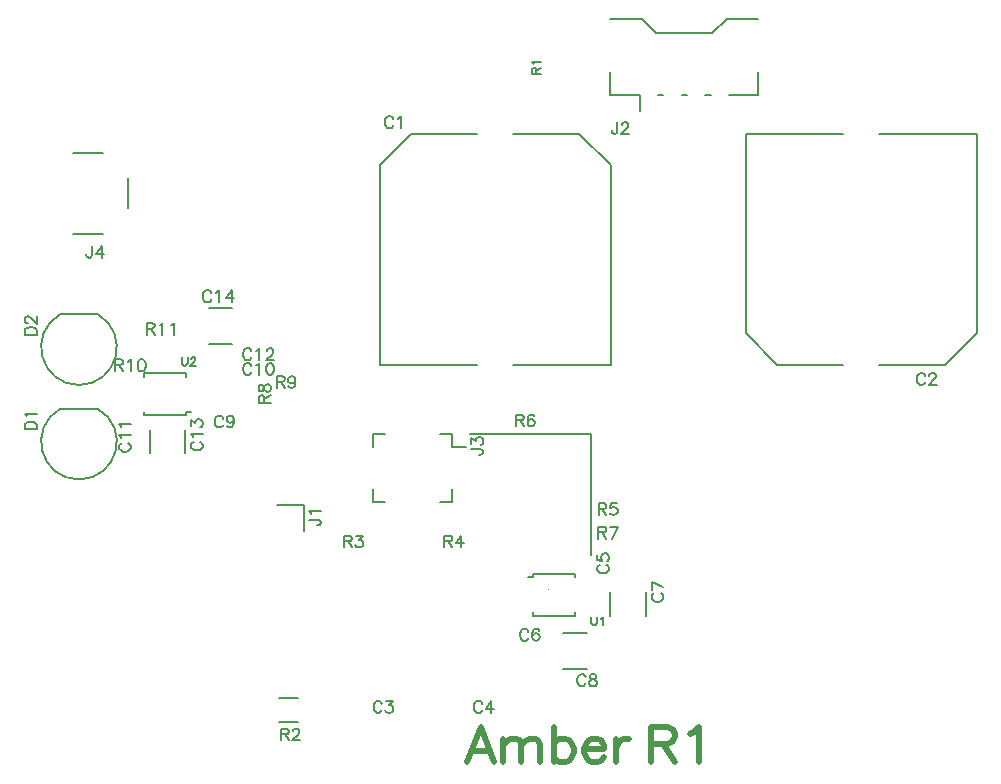
<source format=gbr>
%FSLAX46Y46*%
%MOMM*%
%ADD12C,0.000000*%
%ADD10C,0.150000*%
%ADD11C,0.500000*%
G01*
%LPD*%
G01*
%LPD*%
D10*
X36190476Y-12976190D02*
X36190476Y-11976190D01*
D10*
X36619048Y-11976190D02*
X36190476Y-11976190D01*
D10*
X36761904Y-12023810D02*
X36619048Y-11976190D01*
D10*
X36809524Y-12071429D02*
X36761904Y-12023810D01*
D10*
X36857144Y-12166667D02*
X36809524Y-12071429D01*
D10*
X36857144Y-12261905D02*
X36857144Y-12166667D01*
D10*
X36809524Y-12357143D02*
X36857144Y-12261905D01*
D10*
X36761904Y-12404762D02*
X36809524Y-12357143D01*
D10*
X36619048Y-12452381D02*
X36761904Y-12404762D01*
D10*
X36190476Y-12452381D02*
X36619048Y-12452381D01*
D10*
X36857144Y-12976190D02*
X36523808Y-12452381D01*
D10*
X37142856Y-12642857D02*
X37619048Y-11976190D01*
D10*
X37857144Y-12642857D02*
X37142856Y-12642857D01*
D10*
X37619048Y-12976190D02*
X37619048Y-11976190D01*
D10*
X48633332Y-19383334D02*
X48633332Y-18883334D01*
D10*
X48666668Y-19483334D02*
X48633332Y-19383334D01*
D10*
X48733332Y-19550000D02*
X48666668Y-19483334D01*
D10*
X48833332Y-19583334D02*
X48733332Y-19550000D01*
D10*
X48900000Y-19583334D02*
X48833332Y-19583334D01*
D10*
X49000000Y-19550000D02*
X48900000Y-19583334D01*
D10*
X49066668Y-19483334D02*
X49000000Y-19550000D01*
D10*
X49100000Y-19383334D02*
X49066668Y-19483334D01*
D10*
X49100000Y-18883334D02*
X49100000Y-19383334D01*
D10*
X49500000Y-18983334D02*
X49433332Y-19016666D01*
D10*
X49600000Y-18883334D02*
X49500000Y-18983334D01*
D10*
X49600000Y-19583334D02*
X49600000Y-18883334D01*
D10*
X17409524Y-1969047D02*
X17457142Y-2064285D01*
D10*
X17314286Y-1873809D02*
X17409524Y-1969047D01*
D10*
X17219048Y-1826190D02*
X17314286Y-1873809D01*
D10*
X17028572Y-1826190D02*
X17219048Y-1826190D01*
D10*
X16933334Y-1873809D02*
X17028572Y-1826190D01*
D10*
X16838096Y-1969047D02*
X16933334Y-1873809D01*
D10*
X16790476Y-2064285D02*
X16838096Y-1969047D01*
D10*
X16742857Y-2207142D02*
X16790476Y-2064285D01*
D10*
X16742857Y-2445238D02*
X16742857Y-2207142D01*
D10*
X16790476Y-2588095D02*
X16742857Y-2445238D01*
D10*
X16838096Y-2683333D02*
X16790476Y-2588095D01*
D10*
X16933334Y-2778571D02*
X16838096Y-2683333D01*
D10*
X17028572Y-2826190D02*
X16933334Y-2778571D01*
D10*
X17219048Y-2826190D02*
X17028572Y-2826190D01*
D10*
X17314286Y-2778571D02*
X17219048Y-2826190D01*
D10*
X17409524Y-2683333D02*
X17314286Y-2778571D01*
D10*
X17457142Y-2588095D02*
X17409524Y-2683333D01*
D10*
X18314286Y-2302381D02*
X18361904Y-2159523D01*
D10*
X18219048Y-2397619D02*
X18314286Y-2302381D01*
D10*
X18076190Y-2445238D02*
X18219048Y-2397619D01*
D10*
X18028572Y-2445238D02*
X18076190Y-2445238D01*
D10*
X17885714Y-2397619D02*
X18028572Y-2445238D01*
D10*
X17790476Y-2302381D02*
X17885714Y-2397619D01*
D10*
X17742858Y-2159523D02*
X17790476Y-2302381D01*
D10*
X17742858Y-2111904D02*
X17742858Y-2159523D01*
D10*
X17790476Y-1969047D02*
X17742858Y-2111904D01*
D10*
X17885714Y-1873809D02*
X17790476Y-1969047D01*
D10*
X18028572Y-1826190D02*
X17885714Y-1873809D01*
D10*
X18076190Y-1826190D02*
X18028572Y-1826190D01*
D10*
X18219048Y-1873809D02*
X18076190Y-1826190D01*
D10*
X18314286Y-1969047D02*
X18219048Y-1873809D01*
D10*
X18361904Y-2159523D02*
X18314286Y-1969047D01*
D10*
X18361904Y-2397619D02*
X18361904Y-2159523D01*
D10*
X18314286Y-2635714D02*
X18361904Y-2397619D01*
D10*
X18219048Y-2778571D02*
X18314286Y-2635714D01*
D10*
X18076190Y-2826190D02*
X18219048Y-2778571D01*
D10*
X17980952Y-2826190D02*
X18076190Y-2826190D01*
D10*
X17838096Y-2778571D02*
X17980952Y-2826190D01*
D10*
X17790476Y-2683333D02*
X17838096Y-2778571D01*
D10*
X53869048Y-16892858D02*
X53964284Y-16845238D01*
D10*
X53773808Y-16988096D02*
X53869048Y-16892858D01*
D10*
X53726192Y-17083334D02*
X53773808Y-16988096D01*
D10*
X53726192Y-17273810D02*
X53726192Y-17083334D01*
D10*
X53773808Y-17369048D02*
X53726192Y-17273810D01*
D10*
X53869048Y-17464286D02*
X53773808Y-17369048D01*
D10*
X53964284Y-17511904D02*
X53869048Y-17464286D01*
D10*
X54107144Y-17559524D02*
X53964284Y-17511904D01*
D10*
X54345240Y-17559524D02*
X54107144Y-17559524D01*
D10*
X54488096Y-17511904D02*
X54345240Y-17559524D01*
D10*
X54583332Y-17464286D02*
X54488096Y-17511904D01*
D10*
X54678572Y-17369048D02*
X54583332Y-17464286D01*
D10*
X54726192Y-17273810D02*
X54678572Y-17369048D01*
D10*
X54726192Y-17083334D02*
X54726192Y-17273810D01*
D10*
X54678572Y-16988096D02*
X54726192Y-17083334D01*
D10*
X54583332Y-16892858D02*
X54678572Y-16988096D01*
D10*
X54488096Y-16845238D02*
X54583332Y-16892858D01*
D10*
X54726192Y-16369048D02*
X53726192Y-15892857D01*
D10*
X53726192Y-15892857D02*
X53726192Y-16559524D01*
D10*
X19804762Y2480952D02*
X19852380Y2385714D01*
D10*
X19709524Y2576190D02*
X19804762Y2480952D01*
D10*
X19614286Y2623809D02*
X19709524Y2576190D01*
D10*
X19423810Y2623809D02*
X19614286Y2623809D01*
D10*
X19328572Y2576190D02*
X19423810Y2623809D01*
D10*
X19233334Y2480952D02*
X19328572Y2576190D01*
D10*
X19185714Y2385714D02*
X19233334Y2480952D01*
D10*
X19138096Y2242857D02*
X19185714Y2385714D01*
D10*
X19138096Y2004761D02*
X19138096Y2242857D01*
D10*
X19185714Y1861904D02*
X19138096Y2004761D01*
D10*
X19233334Y1766666D02*
X19185714Y1861904D01*
D10*
X19328572Y1671428D02*
X19233334Y1766666D01*
D10*
X19423810Y1623809D02*
X19328572Y1671428D01*
D10*
X19614286Y1623809D02*
X19423810Y1623809D01*
D10*
X19709524Y1671428D02*
X19614286Y1623809D01*
D10*
X19804762Y1766666D02*
X19709524Y1671428D01*
D10*
X19852380Y1861904D02*
X19804762Y1766666D01*
D10*
X20376190Y2480952D02*
X20280952Y2433333D01*
D10*
X20519048Y2623809D02*
X20376190Y2480952D01*
D10*
X20519048Y1623809D02*
X20519048Y2623809D01*
D10*
X21233334Y2576190D02*
X21376190Y2623809D01*
D10*
X21138096Y2433333D02*
X21233334Y2576190D01*
D10*
X21090476Y2195238D02*
X21138096Y2433333D01*
D10*
X21090476Y2052381D02*
X21090476Y2195238D01*
D10*
X21138096Y1814285D02*
X21090476Y2052381D01*
D10*
X21233334Y1671428D02*
X21138096Y1814285D01*
D10*
X21376190Y1623809D02*
X21233334Y1671428D01*
D10*
X21471428Y1623809D02*
X21376190Y1623809D01*
D10*
X21614286Y1671428D02*
X21471428Y1623809D01*
D10*
X21709524Y1814285D02*
X21614286Y1671428D01*
D10*
X21757142Y2052381D02*
X21709524Y1814285D01*
D10*
X21757142Y2195238D02*
X21757142Y2052381D01*
D10*
X21709524Y2433333D02*
X21757142Y2195238D01*
D10*
X21614286Y2576190D02*
X21709524Y2433333D01*
D10*
X21471428Y2623809D02*
X21614286Y2576190D01*
D10*
X21376190Y2623809D02*
X21471428Y2623809D01*
D10*
X48107144Y-23869048D02*
X48154760Y-23964286D01*
D10*
X48011904Y-23773810D02*
X48107144Y-23869048D01*
D10*
X47916668Y-23726190D02*
X48011904Y-23773810D01*
D10*
X47726192Y-23726190D02*
X47916668Y-23726190D01*
D10*
X47630952Y-23773810D02*
X47726192Y-23726190D01*
D10*
X47535716Y-23869048D02*
X47630952Y-23773810D01*
D10*
X47488096Y-23964286D02*
X47535716Y-23869048D01*
D10*
X47440476Y-24107142D02*
X47488096Y-23964286D01*
D10*
X47440476Y-24345238D02*
X47440476Y-24107142D01*
D10*
X47488096Y-24488096D02*
X47440476Y-24345238D01*
D10*
X47535716Y-24583334D02*
X47488096Y-24488096D01*
D10*
X47630952Y-24678572D02*
X47535716Y-24583334D01*
D10*
X47726192Y-24726190D02*
X47630952Y-24678572D01*
D10*
X47916668Y-24726190D02*
X47726192Y-24726190D01*
D10*
X48011904Y-24678572D02*
X47916668Y-24726190D01*
D10*
X48107144Y-24583334D02*
X48011904Y-24678572D01*
D10*
X48154760Y-24488096D02*
X48107144Y-24583334D01*
D10*
X48535716Y-23773810D02*
X48678572Y-23726190D01*
D10*
X48488096Y-23869048D02*
X48535716Y-23773810D01*
D10*
X48488096Y-23964286D02*
X48488096Y-23869048D01*
D10*
X48535716Y-24059524D02*
X48488096Y-23964286D01*
D10*
X48630952Y-24107142D02*
X48535716Y-24059524D01*
D10*
X48821428Y-24154762D02*
X48630952Y-24107142D01*
D10*
X48964284Y-24202380D02*
X48821428Y-24154762D01*
D10*
X49059524Y-24297620D02*
X48964284Y-24202380D01*
D10*
X49107144Y-24392858D02*
X49059524Y-24297620D01*
D10*
X49107144Y-24535714D02*
X49107144Y-24392858D01*
D10*
X49059524Y-24630952D02*
X49107144Y-24535714D01*
D10*
X49011904Y-24678572D02*
X49059524Y-24630952D01*
D10*
X48869048Y-24726190D02*
X49011904Y-24678572D01*
D10*
X48678572Y-24726190D02*
X48869048Y-24726190D01*
D10*
X48535716Y-24678572D02*
X48678572Y-24726190D01*
D10*
X48488096Y-24630952D02*
X48535716Y-24678572D01*
D10*
X48440476Y-24535714D02*
X48488096Y-24630952D01*
D10*
X48440476Y-24392858D02*
X48440476Y-24535714D01*
D10*
X48488096Y-24297620D02*
X48440476Y-24392858D01*
D10*
X48583332Y-24202380D02*
X48488096Y-24297620D01*
D10*
X48726192Y-24154762D02*
X48583332Y-24202380D01*
D10*
X48916668Y-24107142D02*
X48726192Y-24154762D01*
D10*
X49011904Y-24059524D02*
X48916668Y-24107142D01*
D10*
X49059524Y-23964286D02*
X49011904Y-24059524D01*
D10*
X49059524Y-23869048D02*
X49059524Y-23964286D01*
D10*
X49011904Y-23773810D02*
X49059524Y-23869048D01*
D10*
X48869048Y-23726190D02*
X49011904Y-23773810D01*
D10*
X48678572Y-23726190D02*
X48869048Y-23726190D01*
D10*
X22340476Y-29326190D02*
X22340476Y-28326190D01*
D10*
X22769048Y-28326190D02*
X22340476Y-28326190D01*
D10*
X22911904Y-28373810D02*
X22769048Y-28326190D01*
D10*
X22959524Y-28421428D02*
X22911904Y-28373810D01*
D10*
X23007142Y-28516666D02*
X22959524Y-28421428D01*
D10*
X23007142Y-28611904D02*
X23007142Y-28516666D01*
D10*
X22959524Y-28707142D02*
X23007142Y-28611904D01*
D10*
X22911904Y-28754762D02*
X22959524Y-28707142D01*
D10*
X22769048Y-28802380D02*
X22911904Y-28754762D01*
D10*
X22340476Y-28802380D02*
X22769048Y-28802380D01*
D10*
X23007142Y-29326190D02*
X22673810Y-28802380D01*
D10*
X23340476Y-28516666D02*
X23340476Y-28564286D01*
D10*
X23388096Y-28421428D02*
X23340476Y-28516666D01*
D10*
X23435714Y-28373810D02*
X23388096Y-28421428D01*
D10*
X23530952Y-28326190D02*
X23435714Y-28373810D01*
D10*
X23721428Y-28326190D02*
X23530952Y-28326190D01*
D10*
X23816666Y-28373810D02*
X23721428Y-28326190D01*
D10*
X23864286Y-28421428D02*
X23816666Y-28373810D01*
D10*
X23911904Y-28516666D02*
X23864286Y-28421428D01*
D10*
X23911904Y-28611904D02*
X23911904Y-28516666D01*
D10*
X23864286Y-28707142D02*
X23911904Y-28611904D01*
D10*
X23769048Y-28850000D02*
X23864286Y-28707142D01*
D10*
X23292858Y-29326190D02*
X23769048Y-28850000D01*
D10*
X23959524Y-29326190D02*
X23292858Y-29326190D01*
D10*
X25488096Y-10642857D02*
X24726190Y-10642857D01*
D10*
X25630952Y-10690476D02*
X25488096Y-10642857D01*
D10*
X25678572Y-10738095D02*
X25630952Y-10690476D01*
D10*
X25726190Y-10833333D02*
X25678572Y-10738095D01*
D10*
X25726190Y-10928571D02*
X25726190Y-10833333D01*
D10*
X25678572Y-11023810D02*
X25726190Y-10928571D01*
D10*
X25630952Y-11071428D02*
X25678572Y-11023810D01*
D10*
X25488096Y-11119048D02*
X25630952Y-11071428D01*
D10*
X25392858Y-11119048D02*
X25488096Y-11119048D01*
D10*
X24869048Y-10071429D02*
X24916666Y-10166667D01*
D10*
X24726190Y-9928571D02*
X24869048Y-10071429D01*
D10*
X25726190Y-9928571D02*
X24726190Y-9928571D01*
D10*
X42238096Y-2726190D02*
X42238096Y-1726190D01*
D10*
X42666668Y-1726190D02*
X42238096Y-1726190D01*
D10*
X42809524Y-1773809D02*
X42666668Y-1726190D01*
D10*
X42857144Y-1821428D02*
X42809524Y-1773809D01*
D10*
X42904760Y-1916666D02*
X42857144Y-1821428D01*
D10*
X42904760Y-2011904D02*
X42904760Y-1916666D01*
D10*
X42857144Y-2107142D02*
X42904760Y-2011904D01*
D10*
X42809524Y-2154762D02*
X42857144Y-2107142D01*
D10*
X42666668Y-2202381D02*
X42809524Y-2154762D01*
D10*
X42238096Y-2202381D02*
X42666668Y-2202381D01*
D10*
X42904760Y-2726190D02*
X42571428Y-2202381D01*
D10*
X43761904Y-1773809D02*
X43809524Y-1869047D01*
D10*
X43619048Y-1726190D02*
X43761904Y-1773809D01*
D10*
X43523808Y-1726190D02*
X43619048Y-1726190D01*
D10*
X43380952Y-1773809D02*
X43523808Y-1726190D01*
D10*
X43285716Y-1916666D02*
X43380952Y-1773809D01*
D10*
X43238096Y-2154762D02*
X43285716Y-1916666D01*
D10*
X43238096Y-2392857D02*
X43238096Y-2154762D01*
D10*
X43285716Y-2583333D02*
X43238096Y-2392857D01*
D10*
X43380952Y-2678571D02*
X43285716Y-2583333D01*
D10*
X43523808Y-2726190D02*
X43380952Y-2678571D01*
D10*
X43571428Y-2726190D02*
X43523808Y-2726190D01*
D10*
X43714284Y-2678571D02*
X43571428Y-2726190D01*
D10*
X43809524Y-2583333D02*
X43714284Y-2678571D01*
D10*
X43857144Y-2440476D02*
X43809524Y-2583333D01*
D10*
X43857144Y-2392857D02*
X43857144Y-2440476D01*
D10*
X43809524Y-2250000D02*
X43857144Y-2392857D01*
D10*
X43714284Y-2154762D02*
X43809524Y-2250000D01*
D10*
X43571428Y-2107142D02*
X43714284Y-2154762D01*
D10*
X43523808Y-2107142D02*
X43571428Y-2107142D01*
D10*
X43380952Y-2154762D02*
X43523808Y-2107142D01*
D10*
X43285716Y-2250000D02*
X43380952Y-2154762D01*
D10*
X43238096Y-2392857D02*
X43285716Y-2250000D01*
D11*
X38142856Y-31178572D02*
X39285712Y-28178572D01*
D11*
X40428572Y-31178572D02*
X39285712Y-28178572D01*
D11*
X40000000Y-30178572D02*
X38571428Y-30178572D01*
D11*
X41142856Y-31178572D02*
X41142856Y-29178572D01*
D11*
X41571428Y-29321428D02*
X41142856Y-29750000D01*
D11*
X41857144Y-29178572D02*
X41571428Y-29321428D01*
D11*
X42285716Y-29178572D02*
X41857144Y-29178572D01*
D11*
X42571428Y-29321428D02*
X42285716Y-29178572D01*
D11*
X42714288Y-29750000D02*
X42571428Y-29321428D01*
D11*
X42714288Y-31178572D02*
X42714288Y-29750000D01*
D11*
X43142856Y-29321428D02*
X42714288Y-29750000D01*
D11*
X43428572Y-29178572D02*
X43142856Y-29321428D01*
D11*
X43857144Y-29178572D02*
X43428572Y-29178572D01*
D11*
X44142856Y-29321428D02*
X43857144Y-29178572D01*
D11*
X44285716Y-29750000D02*
X44142856Y-29321428D01*
D11*
X44285716Y-31178572D02*
X44285716Y-29750000D01*
D11*
X45428572Y-31178572D02*
X45428572Y-28178572D01*
D11*
X45714288Y-29321428D02*
X45428572Y-29607142D01*
D11*
X46000000Y-29178572D02*
X45714288Y-29321428D01*
D11*
X46428572Y-29178572D02*
X46000000Y-29178572D01*
D11*
X46714288Y-29321428D02*
X46428572Y-29178572D01*
D11*
X47000000Y-29607142D02*
X46714288Y-29321428D01*
D11*
X47142856Y-30035714D02*
X47000000Y-29607142D01*
D11*
X47142856Y-30321428D02*
X47142856Y-30035714D01*
D11*
X47000000Y-30750000D02*
X47142856Y-30321428D01*
D11*
X46714288Y-31035714D02*
X47000000Y-30750000D01*
D11*
X46428572Y-31178572D02*
X46714288Y-31035714D01*
D11*
X46000000Y-31178572D02*
X46428572Y-31178572D01*
D11*
X45714288Y-31035714D02*
X46000000Y-31178572D01*
D11*
X45428572Y-30750000D02*
X45714288Y-31035714D01*
D11*
X49714288Y-30035714D02*
X48000000Y-30035714D01*
D11*
X49714288Y-29750000D02*
X49714288Y-30035714D01*
D11*
X49571428Y-29464286D02*
X49714288Y-29750000D01*
D11*
X49428572Y-29321428D02*
X49571428Y-29464286D01*
D11*
X49142856Y-29178572D02*
X49428572Y-29321428D01*
D11*
X48714288Y-29178572D02*
X49142856Y-29178572D01*
D11*
X48428572Y-29321428D02*
X48714288Y-29178572D01*
D11*
X48142856Y-29607142D02*
X48428572Y-29321428D01*
D11*
X48000000Y-30035714D02*
X48142856Y-29607142D01*
D11*
X48000000Y-30321428D02*
X48000000Y-30035714D01*
D11*
X48142856Y-30750000D02*
X48000000Y-30321428D01*
D11*
X48428572Y-31035714D02*
X48142856Y-30750000D01*
D11*
X48714288Y-31178572D02*
X48428572Y-31035714D01*
D11*
X49142856Y-31178572D02*
X48714288Y-31178572D01*
D11*
X49428572Y-31035714D02*
X49142856Y-31178572D01*
D11*
X49714288Y-30750000D02*
X49428572Y-31035714D01*
D11*
X50714288Y-31178572D02*
X50714288Y-29178572D01*
D11*
X50857144Y-29607142D02*
X50714288Y-30035714D01*
D11*
X51142856Y-29321428D02*
X50857144Y-29607142D01*
D11*
X51428572Y-29178572D02*
X51142856Y-29321428D01*
D11*
X51857144Y-29178572D02*
X51428572Y-29178572D01*
D11*
X53714288Y-31178572D02*
X53714288Y-28178572D01*
D11*
X55000000Y-28178572D02*
X53714288Y-28178572D01*
D11*
X55428572Y-28321428D02*
X55000000Y-28178572D01*
D11*
X55571428Y-28464286D02*
X55428572Y-28321428D01*
D11*
X55714284Y-28750000D02*
X55571428Y-28464286D01*
D11*
X55714284Y-29035714D02*
X55714284Y-28750000D01*
D11*
X55571428Y-29321428D02*
X55714284Y-29035714D01*
D11*
X55428572Y-29464286D02*
X55571428Y-29321428D01*
D11*
X55000000Y-29607142D02*
X55428572Y-29464286D01*
D11*
X53714288Y-29607142D02*
X55000000Y-29607142D01*
D11*
X55714284Y-31178572D02*
X54714288Y-29607142D01*
D11*
X57285716Y-28607142D02*
X57000000Y-28750000D01*
D11*
X57714284Y-28178572D02*
X57285716Y-28607142D01*
D11*
X57714284Y-31178572D02*
X57714284Y-28178572D01*
D10*
X39357144Y-26119048D02*
X39404760Y-26214286D01*
D10*
X39261904Y-26023810D02*
X39357144Y-26119048D01*
D10*
X39166668Y-25976190D02*
X39261904Y-26023810D01*
D10*
X38976192Y-25976190D02*
X39166668Y-25976190D01*
D10*
X38880952Y-26023810D02*
X38976192Y-25976190D01*
D10*
X38785716Y-26119048D02*
X38880952Y-26023810D01*
D10*
X38738096Y-26214286D02*
X38785716Y-26119048D01*
D10*
X38690476Y-26357142D02*
X38738096Y-26214286D01*
D10*
X38690476Y-26595238D02*
X38690476Y-26357142D01*
D10*
X38738096Y-26738096D02*
X38690476Y-26595238D01*
D10*
X38785716Y-26833334D02*
X38738096Y-26738096D01*
D10*
X38880952Y-26928572D02*
X38785716Y-26833334D01*
D10*
X38976192Y-26976190D02*
X38880952Y-26928572D01*
D10*
X39166668Y-26976190D02*
X38976192Y-26976190D01*
D10*
X39261904Y-26928572D02*
X39166668Y-26976190D01*
D10*
X39357144Y-26833334D02*
X39261904Y-26928572D01*
D10*
X39404760Y-26738096D02*
X39357144Y-26833334D01*
D10*
X39690476Y-26642858D02*
X40166668Y-25976190D01*
D10*
X40404760Y-26642858D02*
X39690476Y-26642858D01*
D10*
X40166668Y-26976190D02*
X40166668Y-25976190D01*
D10*
X49238096Y-12226190D02*
X49238096Y-11226190D01*
D10*
X49666668Y-11226190D02*
X49238096Y-11226190D01*
D10*
X49809524Y-11273810D02*
X49666668Y-11226190D01*
D10*
X49857144Y-11321429D02*
X49809524Y-11273810D01*
D10*
X49904760Y-11416667D02*
X49857144Y-11321429D01*
D10*
X49904760Y-11511905D02*
X49904760Y-11416667D01*
D10*
X49857144Y-11607143D02*
X49904760Y-11511905D01*
D10*
X49809524Y-11654762D02*
X49857144Y-11607143D01*
D10*
X49666668Y-11702381D02*
X49809524Y-11654762D01*
D10*
X49238096Y-11702381D02*
X49666668Y-11702381D01*
D10*
X49904760Y-12226190D02*
X49571428Y-11702381D01*
D10*
X50380952Y-12226190D02*
X50857144Y-11226190D01*
D10*
X50857144Y-11226190D02*
X50190476Y-11226190D01*
D10*
X44357144Y27128572D02*
X43607144Y27128572D01*
D10*
X43607144Y27450000D02*
X43607144Y27128572D01*
D10*
X43642856Y27557142D02*
X43607144Y27450000D01*
D10*
X43678572Y27592858D02*
X43642856Y27557142D01*
D10*
X43750000Y27628572D02*
X43678572Y27592858D01*
D10*
X43821428Y27628572D02*
X43750000Y27628572D01*
D10*
X43892856Y27592858D02*
X43821428Y27628572D01*
D10*
X43928572Y27557142D02*
X43892856Y27592858D01*
D10*
X43964284Y27450000D02*
X43928572Y27557142D01*
D10*
X43964284Y27128572D02*
X43964284Y27450000D01*
D10*
X44357144Y27628572D02*
X43964284Y27378572D01*
D10*
X43714284Y28021428D02*
X43750000Y27950000D01*
D10*
X43607144Y28128572D02*
X43714284Y28021428D01*
D10*
X44357144Y28128572D02*
X43607144Y28128572D01*
D10*
X31809524Y23380952D02*
X31857142Y23285714D01*
D10*
X31714286Y23476190D02*
X31809524Y23380952D01*
D10*
X31619048Y23523810D02*
X31714286Y23476190D01*
D10*
X31428572Y23523810D02*
X31619048Y23523810D01*
D10*
X31333334Y23476190D02*
X31428572Y23523810D01*
D10*
X31238096Y23380952D02*
X31333334Y23476190D01*
D10*
X31190476Y23285714D02*
X31238096Y23380952D01*
D10*
X31142858Y23142858D02*
X31190476Y23285714D01*
D10*
X31142858Y22904762D02*
X31142858Y23142858D01*
D10*
X31190476Y22761904D02*
X31142858Y22904762D01*
D10*
X31238096Y22666666D02*
X31190476Y22761904D01*
D10*
X31333334Y22571428D02*
X31238096Y22666666D01*
D10*
X31428572Y22523810D02*
X31333334Y22571428D01*
D10*
X31619048Y22523810D02*
X31428572Y22523810D01*
D10*
X31714286Y22571428D02*
X31619048Y22523810D01*
D10*
X31809524Y22666666D02*
X31714286Y22571428D01*
D10*
X31857142Y22761904D02*
X31809524Y22666666D01*
D10*
X32380952Y23380952D02*
X32285714Y23333334D01*
D10*
X32523810Y23523810D02*
X32380952Y23380952D01*
D10*
X32523810Y22523810D02*
X32523810Y23523810D01*
D10*
X43257144Y-20019048D02*
X43304760Y-20114286D01*
D10*
X43161904Y-19923810D02*
X43257144Y-20019048D01*
D10*
X43066668Y-19876190D02*
X43161904Y-19923810D01*
D10*
X42876192Y-19876190D02*
X43066668Y-19876190D01*
D10*
X42780952Y-19923810D02*
X42876192Y-19876190D01*
D10*
X42685716Y-20019048D02*
X42780952Y-19923810D01*
D10*
X42638096Y-20114286D02*
X42685716Y-20019048D01*
D10*
X42590476Y-20257142D02*
X42638096Y-20114286D01*
D10*
X42590476Y-20495238D02*
X42590476Y-20257142D01*
D10*
X42638096Y-20638096D02*
X42590476Y-20495238D01*
D10*
X42685716Y-20733334D02*
X42638096Y-20638096D01*
D10*
X42780952Y-20828572D02*
X42685716Y-20733334D01*
D10*
X42876192Y-20876190D02*
X42780952Y-20828572D01*
D10*
X43066668Y-20876190D02*
X42876192Y-20876190D01*
D10*
X43161904Y-20828572D02*
X43066668Y-20876190D01*
D10*
X43257144Y-20733334D02*
X43161904Y-20828572D01*
D10*
X43304760Y-20638096D02*
X43257144Y-20733334D01*
D10*
X44161904Y-19923810D02*
X44209524Y-20019048D01*
D10*
X44019048Y-19876190D02*
X44161904Y-19923810D01*
D10*
X43923808Y-19876190D02*
X44019048Y-19876190D01*
D10*
X43780952Y-19923810D02*
X43923808Y-19876190D01*
D10*
X43685716Y-20066666D02*
X43780952Y-19923810D01*
D10*
X43638096Y-20304762D02*
X43685716Y-20066666D01*
D10*
X43638096Y-20542858D02*
X43638096Y-20304762D01*
D10*
X43685716Y-20733334D02*
X43638096Y-20542858D01*
D10*
X43780952Y-20828572D02*
X43685716Y-20733334D01*
D10*
X43923808Y-20876190D02*
X43780952Y-20828572D01*
D10*
X43971428Y-20876190D02*
X43923808Y-20876190D01*
D10*
X44114284Y-20828572D02*
X43971428Y-20876190D01*
D10*
X44209524Y-20733334D02*
X44114284Y-20828572D01*
D10*
X44257144Y-20590476D02*
X44209524Y-20733334D01*
D10*
X44257144Y-20542858D02*
X44257144Y-20590476D01*
D10*
X44209524Y-20400000D02*
X44257144Y-20542858D01*
D10*
X44114284Y-20304762D02*
X44209524Y-20400000D01*
D10*
X43971428Y-20257142D02*
X44114284Y-20304762D01*
D10*
X43923808Y-20257142D02*
X43971428Y-20257142D01*
D10*
X43780952Y-20304762D02*
X43923808Y-20257142D01*
D10*
X43685716Y-20400000D02*
X43780952Y-20304762D01*
D10*
X43638096Y-20542858D02*
X43685716Y-20400000D01*
D10*
X8769048Y-4195238D02*
X8864286Y-4147619D01*
D10*
X8673810Y-4290476D02*
X8769048Y-4195238D01*
D10*
X8626190Y-4385714D02*
X8673810Y-4290476D01*
D10*
X8626190Y-4576190D02*
X8626190Y-4385714D01*
D10*
X8673810Y-4671428D02*
X8626190Y-4576190D01*
D10*
X8769048Y-4766666D02*
X8673810Y-4671428D01*
D10*
X8864286Y-4814286D02*
X8769048Y-4766666D01*
D10*
X9007143Y-4861905D02*
X8864286Y-4814286D01*
D10*
X9245238Y-4861905D02*
X9007143Y-4861905D01*
D10*
X9388095Y-4814286D02*
X9245238Y-4861905D01*
D10*
X9483333Y-4766666D02*
X9388095Y-4814286D01*
D10*
X9578571Y-4671428D02*
X9483333Y-4766666D01*
D10*
X9626190Y-4576190D02*
X9578571Y-4671428D01*
D10*
X9626190Y-4385714D02*
X9626190Y-4576190D01*
D10*
X9578571Y-4290476D02*
X9626190Y-4385714D01*
D10*
X9483333Y-4195238D02*
X9578571Y-4290476D01*
D10*
X9388095Y-4147619D02*
X9483333Y-4195238D01*
D10*
X8769048Y-3623809D02*
X8816667Y-3719047D01*
D10*
X8626190Y-3480952D02*
X8769048Y-3623809D01*
D10*
X9626190Y-3480952D02*
X8626190Y-3480952D01*
D10*
X8769048Y-2671428D02*
X8816667Y-2766666D01*
D10*
X8626190Y-2528571D02*
X8769048Y-2671428D01*
D10*
X9626190Y-2528571D02*
X8626190Y-2528571D01*
D10*
X10985714Y5023809D02*
X10985714Y6023809D01*
D10*
X11414286Y6023809D02*
X10985714Y6023809D01*
D10*
X11557143Y5976190D02*
X11414286Y6023809D01*
D10*
X11604762Y5928571D02*
X11557143Y5976190D01*
D10*
X11652381Y5833333D02*
X11604762Y5928571D01*
D10*
X11652381Y5738095D02*
X11652381Y5833333D01*
D10*
X11604762Y5642857D02*
X11652381Y5738095D01*
D10*
X11557143Y5595238D02*
X11604762Y5642857D01*
D10*
X11414286Y5547619D02*
X11557143Y5595238D01*
D10*
X10985714Y5547619D02*
X11414286Y5547619D01*
D10*
X11652381Y5023809D02*
X11319048Y5547619D01*
D10*
X12176190Y5880952D02*
X12080952Y5833333D01*
D10*
X12319048Y6023809D02*
X12176190Y5880952D01*
D10*
X12319048Y5023809D02*
X12319048Y6023809D01*
D10*
X13128571Y5880952D02*
X13033333Y5833333D01*
D10*
X13271429Y6023809D02*
X13128571Y5880952D01*
D10*
X13271429Y5023809D02*
X13271429Y6023809D01*
D10*
X16404762Y8630952D02*
X16452381Y8535714D01*
D10*
X16309524Y8726190D02*
X16404762Y8630952D01*
D10*
X16214286Y8773810D02*
X16309524Y8726190D01*
D10*
X16023810Y8773810D02*
X16214286Y8773810D01*
D10*
X15928572Y8726190D02*
X16023810Y8773810D01*
D10*
X15833334Y8630952D02*
X15928572Y8726190D01*
D10*
X15785714Y8535714D02*
X15833334Y8630952D01*
D10*
X15738095Y8392857D02*
X15785714Y8535714D01*
D10*
X15738095Y8154762D02*
X15738095Y8392857D01*
D10*
X15785714Y8011905D02*
X15738095Y8154762D01*
D10*
X15833334Y7916666D02*
X15785714Y8011905D01*
D10*
X15928572Y7821428D02*
X15833334Y7916666D01*
D10*
X16023810Y7773809D02*
X15928572Y7821428D01*
D10*
X16214286Y7773809D02*
X16023810Y7773809D01*
D10*
X16309524Y7821428D02*
X16214286Y7773809D01*
D10*
X16404762Y7916666D02*
X16309524Y7821428D01*
D10*
X16452381Y8011905D02*
X16404762Y7916666D01*
D10*
X16976190Y8630952D02*
X16880952Y8583333D01*
D10*
X17119048Y8773810D02*
X16976190Y8630952D01*
D10*
X17119048Y7773809D02*
X17119048Y8773810D01*
D10*
X17690476Y8107143D02*
X18166666Y8773810D01*
D10*
X18404762Y8107143D02*
X17690476Y8107143D01*
D10*
X18166666Y7773809D02*
X18166666Y8773810D01*
D10*
X14869048Y-4095238D02*
X14964286Y-4047619D01*
D10*
X14773810Y-4190476D02*
X14869048Y-4095238D01*
D10*
X14726190Y-4285714D02*
X14773810Y-4190476D01*
D10*
X14726190Y-4476190D02*
X14726190Y-4285714D01*
D10*
X14773810Y-4571428D02*
X14726190Y-4476190D01*
D10*
X14869048Y-4666666D02*
X14773810Y-4571428D01*
D10*
X14964286Y-4714286D02*
X14869048Y-4666666D01*
D10*
X15107143Y-4761905D02*
X14964286Y-4714286D01*
D10*
X15345238Y-4761905D02*
X15107143Y-4761905D01*
D10*
X15488095Y-4714286D02*
X15345238Y-4761905D01*
D10*
X15583333Y-4666666D02*
X15488095Y-4714286D01*
D10*
X15678571Y-4571428D02*
X15583333Y-4666666D01*
D10*
X15726190Y-4476190D02*
X15678571Y-4571428D01*
D10*
X15726190Y-4285714D02*
X15726190Y-4476190D01*
D10*
X15678571Y-4190476D02*
X15726190Y-4285714D01*
D10*
X15583333Y-4095238D02*
X15678571Y-4190476D01*
D10*
X15488095Y-4047619D02*
X15583333Y-4095238D01*
D10*
X14869048Y-3523809D02*
X14916667Y-3619047D01*
D10*
X14726190Y-3380952D02*
X14869048Y-3523809D01*
D10*
X15726190Y-3380952D02*
X14726190Y-3380952D01*
D10*
X14726190Y-2190476D02*
X14726190Y-2714285D01*
D10*
X15107143Y-2476190D02*
X14726190Y-2190476D01*
D10*
X15107143Y-2333333D02*
X15107143Y-2476190D01*
D10*
X15154762Y-2238095D02*
X15107143Y-2333333D01*
D10*
X15202381Y-2190476D02*
X15154762Y-2238095D01*
D10*
X15345238Y-2142857D02*
X15202381Y-2190476D01*
D10*
X15440476Y-2142857D02*
X15345238Y-2142857D01*
D10*
X15583333Y-2190476D02*
X15440476Y-2142857D01*
D10*
X15678571Y-2285714D02*
X15583333Y-2190476D01*
D10*
X15726190Y-2428571D02*
X15678571Y-2285714D01*
D10*
X15726190Y-2571428D02*
X15726190Y-2428571D01*
D10*
X15678571Y-2714285D02*
X15726190Y-2571428D01*
D10*
X15630952Y-2761904D02*
X15678571Y-2714285D01*
D10*
X15535714Y-2809523D02*
X15630952Y-2761904D01*
D10*
X13983333Y2616666D02*
X13983333Y3116666D01*
D10*
X14016667Y2516666D02*
X13983333Y2616666D01*
D10*
X14083333Y2450000D02*
X14016667Y2516666D01*
D10*
X14183333Y2416666D02*
X14083333Y2450000D01*
D10*
X14250000Y2416666D02*
X14183333Y2416666D01*
D10*
X14350000Y2450000D02*
X14250000Y2416666D01*
D10*
X14416667Y2516666D02*
X14350000Y2450000D01*
D10*
X14450000Y2616666D02*
X14416667Y2516666D01*
D10*
X14450000Y3116666D02*
X14450000Y2616666D01*
D10*
X14716667Y2983333D02*
X14716667Y2950000D01*
D10*
X14750000Y3050000D02*
X14716667Y2983333D01*
D10*
X14783333Y3083333D02*
X14750000Y3050000D01*
D10*
X14850000Y3116666D02*
X14783333Y3083333D01*
D10*
X14983333Y3116666D02*
X14850000Y3116666D01*
D10*
X15050000Y3083333D02*
X14983333Y3116666D01*
D10*
X15083333Y3050000D02*
X15050000Y3083333D01*
D10*
X15116667Y2983333D02*
X15083333Y3050000D01*
D10*
X15116667Y2916666D02*
X15116667Y2983333D01*
D10*
X15083333Y2850000D02*
X15116667Y2916666D01*
D10*
X15016667Y2750000D02*
X15083333Y2850000D01*
D10*
X14683333Y2416666D02*
X15016667Y2750000D01*
D10*
X15150000Y2416666D02*
X14683333Y2416666D01*
D10*
X49240476Y-10226190D02*
X49240476Y-9226190D01*
D10*
X49669048Y-9226190D02*
X49240476Y-9226190D01*
D10*
X49811904Y-9273810D02*
X49669048Y-9226190D01*
D10*
X49859524Y-9321429D02*
X49811904Y-9273810D01*
D10*
X49907144Y-9416667D02*
X49859524Y-9321429D01*
D10*
X49907144Y-9511905D02*
X49907144Y-9416667D01*
D10*
X49859524Y-9607143D02*
X49907144Y-9511905D01*
D10*
X49811904Y-9654762D02*
X49859524Y-9607143D01*
D10*
X49669048Y-9702381D02*
X49811904Y-9654762D01*
D10*
X49240476Y-9702381D02*
X49669048Y-9702381D01*
D10*
X49907144Y-10226190D02*
X49573808Y-9702381D01*
D10*
X50288096Y-9226190D02*
X50764284Y-9226190D01*
D10*
X50240476Y-9654762D02*
X50288096Y-9226190D01*
D10*
X50288096Y-9607143D02*
X50240476Y-9654762D01*
D10*
X50430952Y-9559524D02*
X50288096Y-9607143D01*
D10*
X50573808Y-9559524D02*
X50430952Y-9559524D01*
D10*
X50716668Y-9607143D02*
X50573808Y-9559524D01*
D10*
X50811904Y-9702381D02*
X50716668Y-9607143D01*
D10*
X50859524Y-9845238D02*
X50811904Y-9702381D01*
D10*
X50859524Y-9940476D02*
X50859524Y-9845238D01*
D10*
X50811904Y-10083333D02*
X50859524Y-9940476D01*
D10*
X50716668Y-10178571D02*
X50811904Y-10083333D01*
D10*
X50573808Y-10226190D02*
X50716668Y-10178571D01*
D10*
X50430952Y-10226190D02*
X50573808Y-10226190D01*
D10*
X50288096Y-10178571D02*
X50430952Y-10226190D01*
D10*
X50240476Y-10130952D02*
X50288096Y-10178571D01*
D10*
X50192856Y-10035714D02*
X50240476Y-10130952D01*
D10*
X27690476Y-12976190D02*
X27690476Y-11976190D01*
D10*
X28119048Y-11976190D02*
X27690476Y-11976190D01*
D10*
X28261904Y-12023810D02*
X28119048Y-11976190D01*
D10*
X28309524Y-12071429D02*
X28261904Y-12023810D01*
D10*
X28357142Y-12166667D02*
X28309524Y-12071429D01*
D10*
X28357142Y-12261905D02*
X28357142Y-12166667D01*
D10*
X28309524Y-12357143D02*
X28357142Y-12261905D01*
D10*
X28261904Y-12404762D02*
X28309524Y-12357143D01*
D10*
X28119048Y-12452381D02*
X28261904Y-12404762D01*
D10*
X27690476Y-12452381D02*
X28119048Y-12452381D01*
D10*
X28357142Y-12976190D02*
X28023810Y-12452381D01*
D10*
X29261904Y-11976190D02*
X28738096Y-11976190D01*
D10*
X28976190Y-12357143D02*
X29261904Y-11976190D01*
D10*
X29119048Y-12357143D02*
X28976190Y-12357143D01*
D10*
X29214286Y-12404762D02*
X29119048Y-12357143D01*
D10*
X29261904Y-12452381D02*
X29214286Y-12404762D01*
D10*
X29309524Y-12595238D02*
X29261904Y-12452381D01*
D10*
X29309524Y-12690476D02*
X29309524Y-12595238D01*
D10*
X29261904Y-12833333D02*
X29309524Y-12690476D01*
D10*
X29166666Y-12928571D02*
X29261904Y-12833333D01*
D10*
X29023810Y-12976190D02*
X29166666Y-12928571D01*
D10*
X28880952Y-12976190D02*
X29023810Y-12976190D01*
D10*
X28738096Y-12928571D02*
X28880952Y-12976190D01*
D10*
X28690476Y-12880952D02*
X28738096Y-12928571D01*
D10*
X28642858Y-12785714D02*
X28690476Y-12880952D01*
D10*
X8319052Y1940477D02*
X8319052Y2940477D01*
D10*
X8747624Y2940477D02*
X8319052Y2940477D01*
D10*
X8890481Y2892858D02*
X8747624Y2940477D01*
D10*
X8938100Y2845239D02*
X8890481Y2892858D01*
D10*
X8985719Y2750001D02*
X8938100Y2845239D01*
D10*
X8985719Y2654763D02*
X8985719Y2750001D01*
D10*
X8938100Y2559525D02*
X8985719Y2654763D01*
D10*
X8890481Y2511906D02*
X8938100Y2559525D01*
D10*
X8747624Y2464287D02*
X8890481Y2511906D01*
D10*
X8319052Y2464287D02*
X8747624Y2464287D01*
D10*
X8985719Y1940477D02*
X8652386Y2464287D01*
D10*
X9509528Y2797620D02*
X9414290Y2750001D01*
D10*
X9652386Y2940477D02*
X9509528Y2797620D01*
D10*
X9652386Y1940477D02*
X9652386Y2940477D01*
D10*
X10366671Y2892858D02*
X10509528Y2940477D01*
D10*
X10271433Y2750001D02*
X10366671Y2892858D01*
D10*
X10223814Y2511906D02*
X10271433Y2750001D01*
D10*
X10223814Y2369049D02*
X10223814Y2511906D01*
D10*
X10271433Y2130953D02*
X10223814Y2369049D01*
D10*
X10366671Y1988096D02*
X10271433Y2130953D01*
D10*
X10509528Y1940477D02*
X10366671Y1988096D01*
D10*
X10604767Y1940477D02*
X10509528Y1940477D01*
D10*
X10747624Y1988096D02*
X10604767Y1940477D01*
D10*
X10842862Y2130953D02*
X10747624Y1988096D01*
D10*
X10890481Y2369049D02*
X10842862Y2130953D01*
D10*
X10890481Y2511906D02*
X10890481Y2369049D01*
D10*
X10842862Y2750001D02*
X10890481Y2511906D01*
D10*
X10747624Y2892858D02*
X10842862Y2750001D01*
D10*
X10604767Y2940477D02*
X10747624Y2892858D01*
D10*
X10509528Y2940477D02*
X10604767Y2940477D01*
D10*
X19804762Y3730952D02*
X19852380Y3635714D01*
D10*
X19709524Y3826190D02*
X19804762Y3730952D01*
D10*
X19614286Y3873809D02*
X19709524Y3826190D01*
D10*
X19423810Y3873809D02*
X19614286Y3873809D01*
D10*
X19328572Y3826190D02*
X19423810Y3873809D01*
D10*
X19233334Y3730952D02*
X19328572Y3826190D01*
D10*
X19185714Y3635714D02*
X19233334Y3730952D01*
D10*
X19138096Y3492857D02*
X19185714Y3635714D01*
D10*
X19138096Y3254762D02*
X19138096Y3492857D01*
D10*
X19185714Y3111904D02*
X19138096Y3254762D01*
D10*
X19233334Y3016666D02*
X19185714Y3111904D01*
D10*
X19328572Y2921428D02*
X19233334Y3016666D01*
D10*
X19423810Y2873809D02*
X19328572Y2921428D01*
D10*
X19614286Y2873809D02*
X19423810Y2873809D01*
D10*
X19709524Y2921428D02*
X19614286Y2873809D01*
D10*
X19804762Y3016666D02*
X19709524Y2921428D01*
D10*
X19852380Y3111904D02*
X19804762Y3016666D01*
D10*
X20376190Y3730952D02*
X20280952Y3683333D01*
D10*
X20519048Y3873809D02*
X20376190Y3730952D01*
D10*
X20519048Y2873809D02*
X20519048Y3873809D01*
D10*
X21138096Y3683333D02*
X21138096Y3635714D01*
D10*
X21185714Y3778571D02*
X21138096Y3683333D01*
D10*
X21233334Y3826190D02*
X21185714Y3778571D01*
D10*
X21328572Y3873809D02*
X21233334Y3826190D01*
D10*
X21519048Y3873809D02*
X21328572Y3873809D01*
D10*
X21614286Y3826190D02*
X21519048Y3873809D01*
D10*
X21661904Y3778571D02*
X21614286Y3826190D01*
D10*
X21709524Y3683333D02*
X21661904Y3778571D01*
D10*
X21709524Y3588095D02*
X21709524Y3683333D01*
D10*
X21661904Y3492857D02*
X21709524Y3588095D01*
D10*
X21566666Y3350000D02*
X21661904Y3492857D01*
D10*
X21090476Y2873809D02*
X21566666Y3350000D01*
D10*
X21757142Y2873809D02*
X21090476Y2873809D01*
D10*
X39238096Y-4642857D02*
X38476192Y-4642857D01*
D10*
X39380952Y-4690476D02*
X39238096Y-4642857D01*
D10*
X39428572Y-4738095D02*
X39380952Y-4690476D01*
D10*
X39476192Y-4833333D02*
X39428572Y-4738095D01*
D10*
X39476192Y-4928571D02*
X39476192Y-4833333D01*
D10*
X39428572Y-5023809D02*
X39476192Y-4928571D01*
D10*
X39380952Y-5071428D02*
X39428572Y-5023809D01*
D10*
X39238096Y-5119047D02*
X39380952Y-5071428D01*
D10*
X39142856Y-5119047D02*
X39238096Y-5119047D01*
D10*
X38476192Y-3690476D02*
X38476192Y-4214285D01*
D10*
X38857144Y-3976190D02*
X38476192Y-3690476D01*
D10*
X38857144Y-3833333D02*
X38857144Y-3976190D01*
D10*
X38904760Y-3738095D02*
X38857144Y-3833333D01*
D10*
X38952380Y-3690476D02*
X38904760Y-3738095D01*
D10*
X39095240Y-3642857D02*
X38952380Y-3690476D01*
D10*
X39190476Y-3642857D02*
X39095240Y-3642857D01*
D10*
X39333332Y-3690476D02*
X39190476Y-3642857D01*
D10*
X39428572Y-3785714D02*
X39333332Y-3690476D01*
D10*
X39476192Y-3928571D02*
X39428572Y-3785714D01*
D10*
X39476192Y-4071428D02*
X39476192Y-3928571D01*
D10*
X39428572Y-4214285D02*
X39476192Y-4071428D01*
D10*
X39380952Y-4261905D02*
X39428572Y-4214285D01*
D10*
X39285716Y-4309524D02*
X39380952Y-4261905D01*
D10*
X21988096Y523809D02*
X21988096Y1523809D01*
D10*
X22416666Y1523809D02*
X21988096Y1523809D01*
D10*
X22559524Y1476190D02*
X22416666Y1523809D01*
D10*
X22607142Y1428571D02*
X22559524Y1476190D01*
D10*
X22654762Y1333333D02*
X22607142Y1428571D01*
D10*
X22654762Y1238095D02*
X22654762Y1333333D01*
D10*
X22607142Y1142857D02*
X22654762Y1238095D01*
D10*
X22559524Y1095238D02*
X22607142Y1142857D01*
D10*
X22416666Y1047619D02*
X22559524Y1095238D01*
D10*
X21988096Y1047619D02*
X22416666Y1047619D01*
D10*
X22654762Y523809D02*
X22321428Y1047619D01*
D10*
X23511904Y1047619D02*
X23559524Y1190476D01*
D10*
X23416666Y952380D02*
X23511904Y1047619D01*
D10*
X23273810Y904761D02*
X23416666Y952380D01*
D10*
X23226190Y904761D02*
X23273810Y904761D01*
D10*
X23083334Y952380D02*
X23226190Y904761D01*
D10*
X22988096Y1047619D02*
X23083334Y952380D01*
D10*
X22940476Y1190476D02*
X22988096Y1047619D01*
D10*
X22940476Y1238095D02*
X22940476Y1190476D01*
D10*
X22988096Y1380952D02*
X22940476Y1238095D01*
D10*
X23083334Y1476190D02*
X22988096Y1380952D01*
D10*
X23226190Y1523809D02*
X23083334Y1476190D01*
D10*
X23273810Y1523809D02*
X23226190Y1523809D01*
D10*
X23416666Y1476190D02*
X23273810Y1523809D01*
D10*
X23511904Y1380952D02*
X23416666Y1476190D01*
D10*
X23559524Y1190476D02*
X23511904Y1380952D01*
D10*
X23559524Y952380D02*
X23559524Y1190476D01*
D10*
X23511904Y714285D02*
X23559524Y952380D01*
D10*
X23416666Y571428D02*
X23511904Y714285D01*
D10*
X23273810Y523809D02*
X23416666Y571428D01*
D10*
X23178572Y523809D02*
X23273810Y523809D01*
D10*
X23035714Y571428D02*
X23178572Y523809D01*
D10*
X22988096Y666666D02*
X23035714Y571428D01*
D10*
X21476190Y-759523D02*
X20476190Y-759523D01*
D10*
X20476190Y-330952D02*
X20476190Y-759523D01*
D10*
X20523810Y-188095D02*
X20476190Y-330952D01*
D10*
X20571428Y-140476D02*
X20523810Y-188095D01*
D10*
X20666666Y-92857D02*
X20571428Y-140476D01*
D10*
X20761904Y-92857D02*
X20666666Y-92857D01*
D10*
X20857142Y-140476D02*
X20761904Y-92857D01*
D10*
X20904762Y-188095D02*
X20857142Y-140476D01*
D10*
X20952380Y-330952D02*
X20904762Y-188095D01*
D10*
X20952380Y-759523D02*
X20952380Y-330952D01*
D10*
X21476190Y-92857D02*
X20952380Y-426190D01*
D10*
X20523810Y288095D02*
X20476190Y430952D01*
D10*
X20619048Y240476D02*
X20523810Y288095D01*
D10*
X20714286Y240476D02*
X20619048Y240476D01*
D10*
X20809524Y288095D02*
X20714286Y240476D01*
D10*
X20857142Y383333D02*
X20809524Y288095D01*
D10*
X20904762Y573809D02*
X20857142Y383333D01*
D10*
X20952380Y716666D02*
X20904762Y573809D01*
D10*
X21047620Y811904D02*
X20952380Y716666D01*
D10*
X21142858Y859523D02*
X21047620Y811904D01*
D10*
X21285714Y859523D02*
X21142858Y859523D01*
D10*
X21380952Y811904D02*
X21285714Y859523D01*
D10*
X21428572Y764285D02*
X21380952Y811904D01*
D10*
X21476190Y621428D02*
X21428572Y764285D01*
D10*
X21476190Y430952D02*
X21476190Y621428D01*
D10*
X21428572Y288095D02*
X21476190Y430952D01*
D10*
X21380952Y240476D02*
X21428572Y288095D01*
D10*
X21285714Y192857D02*
X21380952Y240476D01*
D10*
X21142858Y192857D02*
X21285714Y192857D01*
D10*
X21047620Y240476D02*
X21142858Y192857D01*
D10*
X20952380Y335714D02*
X21047620Y240476D01*
D10*
X20904762Y478571D02*
X20952380Y335714D01*
D10*
X20857142Y669047D02*
X20904762Y478571D01*
D10*
X20809524Y764285D02*
X20857142Y669047D01*
D10*
X20714286Y811904D02*
X20809524Y764285D01*
D10*
X20619048Y811904D02*
X20714286Y811904D01*
D10*
X20523810Y764285D02*
X20619048Y811904D01*
D10*
X20476190Y621428D02*
X20523810Y764285D01*
D10*
X20476190Y430952D02*
X20476190Y621428D01*
D10*
X30857142Y-26119048D02*
X30904762Y-26214286D01*
D10*
X30761904Y-26023810D02*
X30857142Y-26119048D01*
D10*
X30666666Y-25976190D02*
X30761904Y-26023810D01*
D10*
X30476190Y-25976190D02*
X30666666Y-25976190D01*
D10*
X30380952Y-26023810D02*
X30476190Y-25976190D01*
D10*
X30285714Y-26119048D02*
X30380952Y-26023810D01*
D10*
X30238096Y-26214286D02*
X30285714Y-26119048D01*
D10*
X30190476Y-26357142D02*
X30238096Y-26214286D01*
D10*
X30190476Y-26595238D02*
X30190476Y-26357142D01*
D10*
X30238096Y-26738096D02*
X30190476Y-26595238D01*
D10*
X30285714Y-26833334D02*
X30238096Y-26738096D01*
D10*
X30380952Y-26928572D02*
X30285714Y-26833334D01*
D10*
X30476190Y-26976190D02*
X30380952Y-26928572D01*
D10*
X30666666Y-26976190D02*
X30476190Y-26976190D01*
D10*
X30761904Y-26928572D02*
X30666666Y-26976190D01*
D10*
X30857142Y-26833334D02*
X30761904Y-26928572D01*
D10*
X30904762Y-26738096D02*
X30857142Y-26833334D01*
D10*
X31809524Y-25976190D02*
X31285714Y-25976190D01*
D10*
X31523810Y-26357142D02*
X31809524Y-25976190D01*
D10*
X31666666Y-26357142D02*
X31523810Y-26357142D01*
D10*
X31761904Y-26404762D02*
X31666666Y-26357142D01*
D10*
X31809524Y-26452380D02*
X31761904Y-26404762D01*
D10*
X31857142Y-26595238D02*
X31809524Y-26452380D01*
D10*
X31857142Y-26690476D02*
X31857142Y-26595238D01*
D10*
X31809524Y-26833334D02*
X31857142Y-26690476D01*
D10*
X31714286Y-26928572D02*
X31809524Y-26833334D01*
D10*
X31571428Y-26976190D02*
X31714286Y-26928572D01*
D10*
X31428572Y-26976190D02*
X31571428Y-26976190D01*
D10*
X31285714Y-26928572D02*
X31428572Y-26976190D01*
D10*
X31238096Y-26880952D02*
X31285714Y-26928572D01*
D10*
X31190476Y-26785714D02*
X31238096Y-26880952D01*
D10*
X49269048Y-14492857D02*
X49364284Y-14445238D01*
D10*
X49173808Y-14588095D02*
X49269048Y-14492857D01*
D10*
X49126192Y-14683333D02*
X49173808Y-14588095D01*
D10*
X49126192Y-14873810D02*
X49126192Y-14683333D01*
D10*
X49173808Y-14969048D02*
X49126192Y-14873810D01*
D10*
X49269048Y-15064286D02*
X49173808Y-14969048D01*
D10*
X49364284Y-15111905D02*
X49269048Y-15064286D01*
D10*
X49507144Y-15159524D02*
X49364284Y-15111905D01*
D10*
X49745240Y-15159524D02*
X49507144Y-15159524D01*
D10*
X49888096Y-15111905D02*
X49745240Y-15159524D01*
D10*
X49983332Y-15064286D02*
X49888096Y-15111905D01*
D10*
X50078572Y-14969048D02*
X49983332Y-15064286D01*
D10*
X50126192Y-14873810D02*
X50078572Y-14969048D01*
D10*
X50126192Y-14683333D02*
X50126192Y-14873810D01*
D10*
X50078572Y-14588095D02*
X50126192Y-14683333D01*
D10*
X49983332Y-14492857D02*
X50078572Y-14588095D01*
D10*
X49888096Y-14445238D02*
X49983332Y-14492857D01*
D10*
X49126192Y-14064286D02*
X49126192Y-13588095D01*
D10*
X49554760Y-14111905D02*
X49126192Y-14064286D01*
D10*
X49507144Y-14064286D02*
X49554760Y-14111905D01*
D10*
X49459524Y-13921429D02*
X49507144Y-14064286D01*
D10*
X49459524Y-13778571D02*
X49459524Y-13921429D01*
D10*
X49507144Y-13635714D02*
X49459524Y-13778571D01*
D10*
X49602380Y-13540476D02*
X49507144Y-13635714D01*
D10*
X49745240Y-13492857D02*
X49602380Y-13540476D01*
D10*
X49840476Y-13492857D02*
X49745240Y-13492857D01*
D10*
X49983332Y-13540476D02*
X49840476Y-13492857D01*
D10*
X50078572Y-13635714D02*
X49983332Y-13540476D01*
D10*
X50126192Y-13778571D02*
X50078572Y-13635714D01*
D10*
X50126192Y-13921429D02*
X50126192Y-13778571D01*
D10*
X50078572Y-14064286D02*
X50126192Y-13921429D01*
D10*
X50030952Y-14111905D02*
X50078572Y-14064286D01*
D10*
X49935716Y-14159524D02*
X50030952Y-14111905D01*
D10*
X36800000Y-4500000D02*
X36800000Y-3350000D01*
D10*
X30150000Y-4500000D02*
X30150000Y-3350000D01*
D10*
X30150000Y-9150000D02*
X31150000Y-9150000D01*
D10*
X36800000Y-8000000D02*
X36800000Y-9150000D01*
D10*
X36800000Y-4500000D02*
X38000000Y-4500000D01*
D10*
X36800000Y-9150000D02*
X35800000Y-9150000D01*
D10*
X30150000Y-8000000D02*
X30150000Y-9150000D01*
D10*
X36800000Y-3350000D02*
X35800000Y-3350000D01*
D10*
X30150000Y-3350000D02*
X31150000Y-3350000D01*
D10*
X9445000Y15719491D02*
X9445000Y18280509D01*
D10*
X4719491Y13555000D02*
X7280509Y13555000D01*
D10*
X7280509Y20445000D02*
X4719491Y20445000D01*
D10*
X6357143Y11761905D02*
X6357143Y12523810D01*
D10*
X6309524Y11619048D02*
X6357143Y11761905D01*
D10*
X6261905Y11571429D02*
X6309524Y11619048D01*
D10*
X6166667Y11523810D02*
X6261905Y11571429D01*
D10*
X6071428Y11523810D02*
X6166667Y11523810D01*
D10*
X5976190Y11571429D02*
X6071428Y11523810D01*
D10*
X5928571Y11619048D02*
X5976190Y11571429D01*
D10*
X5880952Y11761905D02*
X5928571Y11619048D01*
D10*
X5880952Y11857143D02*
X5880952Y11761905D01*
D10*
X6690476Y11857143D02*
X7166666Y12523810D01*
D10*
X7404762Y11857143D02*
X6690476Y11857143D01*
D10*
X7166666Y11523810D02*
X7166666Y12523810D01*
D10*
X10725000Y-1475001D02*
X10725000Y-1775000D01*
D10*
X10725000Y1775000D02*
X10725000Y1475001D01*
D10*
X14275000Y1775000D02*
X10725000Y1775000D01*
D10*
X14275000Y-1475001D02*
X14750000Y-1475000D01*
D10*
X14275000Y1475001D02*
X14275000Y1775000D01*
D10*
X14275000Y-1775000D02*
X14275000Y-1475001D01*
D10*
X10725000Y-1775000D02*
X14275000Y-1775000D01*
D10*
X47275000Y-15524999D02*
X47275000Y-15225000D01*
D10*
X47275000Y-18775000D02*
X47275000Y-18475001D01*
D10*
X43725000Y-18775000D02*
X47275000Y-18775000D01*
D10*
X43725000Y-15524999D02*
X43250000Y-15525000D01*
D10*
X43725000Y-18475001D02*
X43725000Y-18775000D01*
D10*
X43725000Y-15225000D02*
X43725000Y-15524999D01*
D10*
X47275000Y-15225000D02*
X43725000Y-15225000D01*
D10*
X48250000Y-20250000D02*
X46250000Y-20250000D01*
D10*
X48250000Y-23250000D02*
X46250000Y-23250000D01*
D10*
X11250000Y-3000000D02*
X11250000Y-5000000D01*
D10*
X14250000Y-3000000D02*
X14250000Y-5000000D01*
D10*
X38974999Y22025000D02*
X33386091Y22025000D01*
D10*
X42025001Y2475000D02*
X50275000Y2475000D01*
D10*
X30725000Y2475000D02*
X38974999Y2475000D01*
D10*
X30725000Y19363909D02*
X30725000Y2475000D01*
D10*
X50275000Y2475000D02*
X50275000Y19363909D01*
D10*
X50275000Y19363909D02*
X47613909Y22025000D01*
D10*
X33386091Y22025000D02*
X30725000Y19363909D01*
D10*
X47613909Y22025000D02*
X42025001Y22025000D01*
D10*
X18250000Y7250000D02*
X16250000Y7250000D01*
D10*
X18250000Y4250000D02*
X16250000Y4250000D01*
D10*
X6816000Y6775000D02*
X3684000Y6775000D01*
D10*
X1660190Y5013095D02*
X660190Y5013095D01*
D10*
X660190Y5346428D02*
X660190Y5013095D01*
D10*
X707809Y5489286D02*
X660190Y5346428D01*
D10*
X803047Y5584524D02*
X707809Y5489286D01*
D10*
X898285Y5632143D02*
X803047Y5584524D01*
D10*
X1041142Y5679762D02*
X898285Y5632143D01*
D10*
X1279238Y5679762D02*
X1041142Y5679762D01*
D10*
X1422095Y5632143D02*
X1279238Y5679762D01*
D10*
X1517333Y5584524D02*
X1422095Y5632143D01*
D10*
X1612571Y5489286D02*
X1517333Y5584524D01*
D10*
X1660190Y5346428D02*
X1612571Y5489286D01*
D10*
X1660190Y5013095D02*
X1660190Y5346428D01*
D10*
X850666Y6013095D02*
X898285Y6013095D01*
D10*
X755428Y6060714D02*
X850666Y6013095D01*
D10*
X707809Y6108333D02*
X755428Y6060714D01*
D10*
X660190Y6203571D02*
X707809Y6108333D01*
D10*
X660190Y6394047D02*
X660190Y6203571D01*
D10*
X707809Y6489285D02*
X660190Y6394047D01*
D10*
X755428Y6536905D02*
X707809Y6489285D01*
D10*
X850666Y6584524D02*
X755428Y6536905D01*
D10*
X945904Y6584524D02*
X850666Y6584524D01*
D10*
X1041142Y6536905D02*
X945904Y6584524D01*
D10*
X1184000Y6441666D02*
X1041142Y6536905D01*
D10*
X1660190Y5965476D02*
X1184000Y6441666D01*
D10*
X1660190Y6632143D02*
X1660190Y5965476D01*
D10*
X50250000Y-16750000D02*
X50250000Y-18750000D01*
D10*
X53250000Y-16750000D02*
X53250000Y-18750000D01*
D10*
X73025001Y2475000D02*
X78613909Y2475000D01*
D10*
X69974999Y22025000D02*
X61725000Y22025000D01*
D10*
X81275000Y22025000D02*
X73025001Y22025000D01*
D10*
X81275000Y5136091D02*
X81275000Y22025000D01*
D10*
X61725000Y22025000D02*
X61725000Y5136091D01*
D10*
X61725000Y5136091D02*
X64386091Y2475000D01*
D10*
X78613909Y2475000D02*
X81275000Y5136091D01*
D10*
X64386091Y2475000D02*
X69974999Y2475000D01*
D10*
X76857144Y1630952D02*
X76904760Y1535714D01*
D10*
X76761904Y1726190D02*
X76857144Y1630952D01*
D10*
X76666664Y1773809D02*
X76761904Y1726190D01*
D10*
X76476192Y1773809D02*
X76666664Y1773809D01*
D10*
X76380952Y1726190D02*
X76476192Y1773809D01*
D10*
X76285712Y1630952D02*
X76380952Y1726190D01*
D10*
X76238096Y1535714D02*
X76285712Y1630952D01*
D10*
X76190480Y1392857D02*
X76238096Y1535714D01*
D10*
X76190480Y1154761D02*
X76190480Y1392857D01*
D10*
X76238096Y1011904D02*
X76190480Y1154761D01*
D10*
X76285712Y916666D02*
X76238096Y1011904D01*
D10*
X76380952Y821428D02*
X76285712Y916666D01*
D10*
X76476192Y773809D02*
X76380952Y821428D01*
D10*
X76666664Y773809D02*
X76476192Y773809D01*
D10*
X76761904Y821428D02*
X76666664Y773809D01*
D10*
X76857144Y916666D02*
X76761904Y821428D01*
D10*
X76904760Y1011904D02*
X76857144Y916666D01*
D10*
X77238096Y1583333D02*
X77238096Y1535714D01*
D10*
X77285712Y1678571D02*
X77238096Y1583333D01*
D10*
X77333336Y1726190D02*
X77285712Y1678571D01*
D10*
X77428568Y1773809D02*
X77333336Y1726190D01*
D10*
X77619048Y1773809D02*
X77428568Y1773809D01*
D10*
X77714288Y1726190D02*
X77619048Y1773809D01*
D10*
X77761904Y1678571D02*
X77714288Y1726190D01*
D10*
X77809520Y1583333D02*
X77761904Y1678571D01*
D10*
X77809520Y1488095D02*
X77809520Y1583333D01*
D10*
X77761904Y1392857D02*
X77809520Y1488095D01*
D10*
X77666664Y1250000D02*
X77761904Y1392857D01*
D10*
X77190480Y773809D02*
X77666664Y1250000D01*
D10*
X77857144Y773809D02*
X77190480Y773809D01*
D10*
X50225000Y27274999D02*
X50225000Y25325000D01*
D10*
X50225000Y25325000D02*
X52724999Y25325000D01*
D10*
X52910497Y31725000D02*
X50225000Y31725000D01*
D10*
X62775000Y25325000D02*
X62775000Y27274999D01*
D10*
X60089503Y31725000D02*
X58889503Y30575000D01*
D10*
X58889503Y30575000D02*
X54110497Y30575000D01*
D10*
X56275001Y25325000D02*
X56724999Y25325000D01*
D10*
X62775000Y31725000D02*
X60089503Y31725000D01*
D10*
X52724999Y25325000D02*
X52725000Y24000000D01*
D10*
X60275001Y25325000D02*
X62775000Y25325000D01*
D10*
X58275001Y25325000D02*
X58724999Y25325000D01*
D10*
X54275001Y25325000D02*
X54724999Y25325000D01*
D10*
X54110497Y30575000D02*
X52910497Y31725000D01*
D10*
X50821428Y22261904D02*
X50821428Y23023810D01*
D10*
X50773808Y22119048D02*
X50821428Y22261904D01*
D10*
X50726192Y22071428D02*
X50773808Y22119048D01*
D10*
X50630952Y22023810D02*
X50726192Y22071428D01*
D10*
X50535716Y22023810D02*
X50630952Y22023810D01*
D10*
X50440476Y22071428D02*
X50535716Y22023810D01*
D10*
X50392856Y22119048D02*
X50440476Y22071428D01*
D10*
X50345240Y22261904D02*
X50392856Y22119048D01*
D10*
X50345240Y22357142D02*
X50345240Y22261904D01*
D10*
X51202380Y22833334D02*
X51202380Y22785714D01*
D10*
X51250000Y22928572D02*
X51202380Y22833334D01*
D10*
X51297620Y22976190D02*
X51250000Y22928572D01*
D10*
X51392856Y23023810D02*
X51297620Y22976190D01*
D10*
X51583332Y23023810D02*
X51392856Y23023810D01*
D10*
X51678572Y22976190D02*
X51583332Y23023810D01*
D10*
X51726192Y22928572D02*
X51678572Y22976190D01*
D10*
X51773808Y22833334D02*
X51726192Y22928572D01*
D10*
X51773808Y22738096D02*
X51773808Y22833334D01*
D10*
X51726192Y22642858D02*
X51773808Y22738096D01*
D10*
X51630952Y22500000D02*
X51726192Y22642858D01*
D10*
X51154760Y22023810D02*
X51630952Y22500000D01*
D10*
X51821428Y22023810D02*
X51154760Y22023810D01*
D10*
X22200000Y-27750000D02*
X23800000Y-27750000D01*
D10*
X22200000Y-25750000D02*
X23800000Y-25750000D01*
D10*
X6816000Y-1225000D02*
X3684000Y-1225000D01*
D10*
X1660190Y-2986904D02*
X660190Y-2986904D01*
D10*
X660190Y-2653571D02*
X660190Y-2986904D01*
D10*
X707809Y-2510714D02*
X660190Y-2653571D01*
D10*
X803047Y-2415476D02*
X707809Y-2510714D01*
D10*
X898285Y-2367857D02*
X803047Y-2415476D01*
D10*
X1041142Y-2320238D02*
X898285Y-2367857D01*
D10*
X1279238Y-2320238D02*
X1041142Y-2320238D01*
D10*
X1422095Y-2367857D02*
X1279238Y-2320238D01*
D10*
X1517333Y-2415476D02*
X1422095Y-2367857D01*
D10*
X1612571Y-2510714D02*
X1517333Y-2415476D01*
D10*
X1660190Y-2653571D02*
X1612571Y-2510714D01*
D10*
X1660190Y-2986904D02*
X1660190Y-2653571D01*
D10*
X803047Y-1796428D02*
X850666Y-1891666D01*
D10*
X660190Y-1653571D02*
X803047Y-1796428D01*
D10*
X1660190Y-1653571D02*
X660190Y-1653571D01*
D12*
X45000000Y-16500000D02*
X45000000Y-16500000D01*
D10*
X24270000Y-11620000D02*
X24270000Y-9370000D01*
D10*
X48640000Y-3360000D02*
X38360000Y-3360000D01*
D10*
X48640000Y-13640000D02*
X48640000Y-3360000D01*
D10*
X24270000Y-9370000D02*
X22000000Y-9370000D01*
G75*
D10*
G03*
X5250000Y775000D02*
X6816000Y6775000I-5043J3205679D01*
D10*
G03*
X3684000Y6775000D02*
X5250000Y775000I1571042J-2794321D01*
D10*
G03*
X5250000Y-7225000D02*
X6816000Y-1225000I-5043J3205680D01*
D10*
G03*
X3684000Y-1225000D02*
X5250000Y-7225000I1571042J-2794320D01*
M02*

</source>
